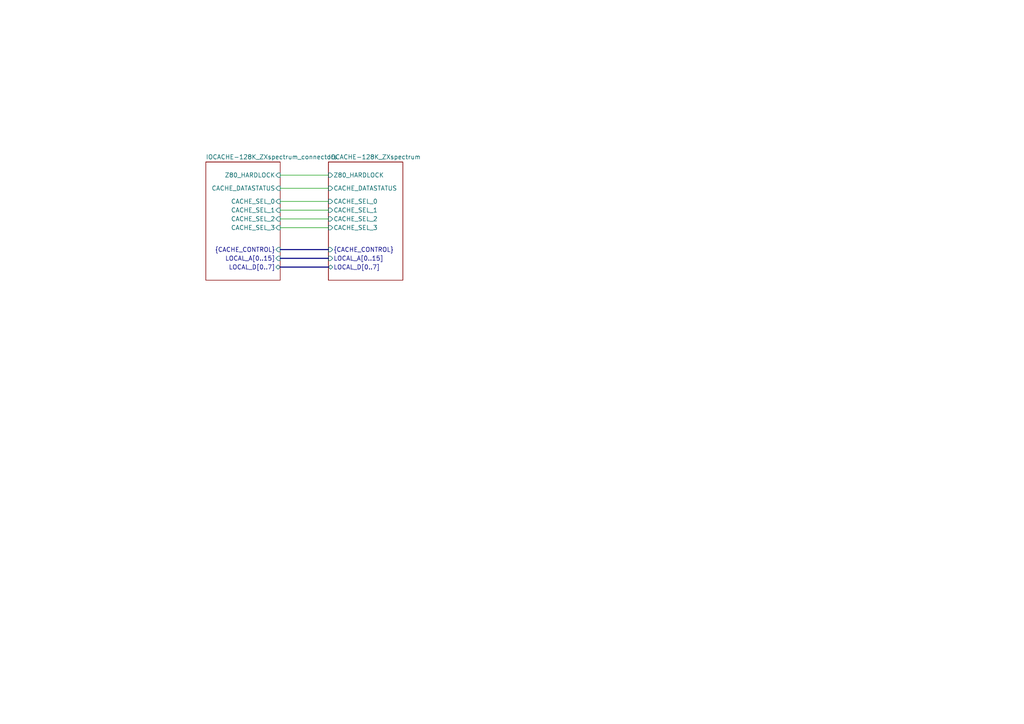
<source format=kicad_sch>
(kicad_sch (version 20230121) (generator eeschema)
  (paper "A4")
  (title_block (title "FujiNet Z80Bus reference design") (date "2023-05-13") (rev "0.1") (company "FujiNet"))
  (lib_symbols)
  (bus_alias "Z80_CONTROL" (members "Z80_CONTROL.RD" "Z80_CONTROL.WR" "Z80_CONTROL.IORQ" "Z80_CONTROL.MEMRQ" "Z80_CONTROL.BUSRQ" "Z80_CONTROL.WAIT" "Z80_CONTROL.ROMCS" "Z80_CONTROL.BUSACK" "Z80_CONTROL.NMI" "Z80_CONTROL.RESET"))
  (wire (pts (xy 81.28 66.04) (xy 95.25 66.04)))
  (bus (pts (xy 81.28 77.47) (xy 95.25 77.47)))
  (wire (pts (xy 81.28 60.96) (xy 95.25 60.96)))
  (wire (pts (xy 81.28 50.8) (xy 95.25 50.8)))
  (wire (pts (xy 81.28 58.42) (xy 95.25 58.42)))
  (wire (pts (xy 81.28 63.5) (xy 95.25 63.5)))
  (bus (pts (xy 81.28 74.93) (xy 95.25 74.93)))
  (bus (pts (xy 81.28 72.39) (xy 95.25 72.39)))
  (wire (pts (xy 81.28 54.61) (xy 95.25 54.61)))
  (sheet (at 95.25 46.99) (size 21.59 34.29) (stroke (width 0.1524))
    (property "Sheetname" "IOCACHE-128K_ZXspectrum" (at 95.25 46.2784 0) (effects (justify left bottom)))
    (property "Sheetfile" "../IOCACHE-128K_ZXspectrum.kicad_sch" (effects hide))
    (pin "Z80_HARDLOCK" input (at 95.25 50.8 180))
    (pin "CACHE_DATASTATUS" input (at 95.25 54.61 180))
    (pin "{CACHE_CONTROL}" input (at 95.25 72.39 180))
    (pin "CACHE_SEL_1" input (at 95.25 60.96 180))
    (pin "CACHE_SEL_3" input (at 95.25 66.04 180))
    (pin "CACHE_SEL_2" input (at 95.25 63.5 180))
    (pin "CACHE_SEL_0" input (at 95.25 58.42 180))
    (pin "LOCAL_D[0..7]" bidirectional (at 95.25 77.47 180))
    (pin "LOCAL_A[0..15]" input (at 95.25 74.93 180))
  )
  (sheet (at 59.69 46.99) (size 21.59 34.29) (stroke (width 0.1524))
    (property "Sheetname" "IOCACHE-128K_ZXspectrum_connectors" (at 59.69 46.2784 0) (effects (justify left bottom)))
    (property "Sheetfile" "IOCACHE-128K_ZXspectrum_connectors.kicad_sch" (effects hide))
    (pin "LOCAL_D[0..7]" bidirectional (at 81.28 77.47 0))
    (pin "LOCAL_A[0..15]" input (at 81.28 74.93 0))
    (pin "{CACHE_CONTROL}" input (at 81.28 72.39 0))
    (pin "CACHE_DATASTATUS" input (at 81.28 54.61 0))
    (pin "CACHE_SEL_2" input (at 81.28 63.5 0))
    (pin "CACHE_SEL_1" input (at 81.28 60.96 0))
    (pin "CACHE_SEL_0" input (at 81.28 58.42 0))
    (pin "Z80_HARDLOCK" input (at 81.28 50.8 0))
    (pin "CACHE_SEL_3" input (at 81.28 66.04 0))
  )
)
</source>
